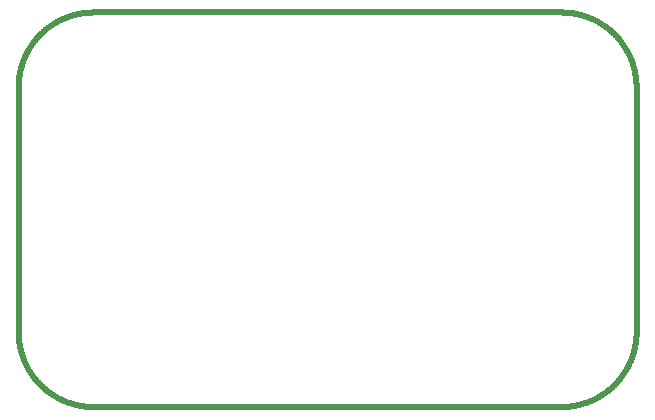
<source format=gbr>
G04 ( created by brdgerber.py ( brdgerber.py v0.1 2014-03-12 ) ) date 2020-11-08 23:19:50 EST*
G04 Gerber Fmt 3.4, Leading zero omitted, Abs format*
%MOIN*%
%FSLAX34Y34*%
G01*
G70*
G90*
G04 APERTURE LIST*
%ADD20C,0.1500*%
%ADD23C,0.0059*%
%ADD11C,0.0000*%
%ADD24C,0.0472*%
%ADD21R,0.0629X0.0709*%
%ADD19R,0.0472X0.0275*%
%ADD17C,0.0120*%
%ADD15R,0.0550X0.0550*%
%ADD14C,0.0050*%
%ADD13C,0.0020*%
%ADD12C,0.0060*%
%ADD25C,0.0100*%
%ADD16C,0.0550*%
%ADD22C,0.0200*%
%ADD10R,0.0260X0.0800*%
%ADD18R,0.0709X0.0629*%
G04 APERTURE END LIST*
G54D20*
D22*
G01X-03600Y24600D02*
G01X12000Y24600D01*
D22*
G01X-03600Y11450D02*
G01X12000Y11450D01*
D22*
G01X-06100Y22100D02*
G01X-06100Y13950D01*
D22*
G01X14500Y22100D02*
G01X14500Y13950D01*
D22*
G01X-03600Y24600D02*
G01X-03600Y24600D01*
G01X-03631Y24600D01*
G01X-03661Y24599D01*
G01X-03692Y24598D01*
G01X-03723Y24597D01*
G01X-03753Y24595D01*
G01X-03784Y24593D01*
G01X-03814Y24591D01*
G01X-03845Y24588D01*
G01X-03876Y24585D01*
G01X-03906Y24581D01*
G01X-03936Y24577D01*
G01X-03967Y24573D01*
G01X-03997Y24568D01*
G01X-04027Y24563D01*
G01X-04058Y24558D01*
G01X-04088Y24552D01*
G01X-04118Y24546D01*
G01X-04148Y24539D01*
G01X-04178Y24532D01*
G01X-04207Y24525D01*
G01X-04237Y24517D01*
G01X-04267Y24509D01*
G01X-04296Y24501D01*
G01X-04326Y24492D01*
G01X-04355Y24483D01*
G01X-04384Y24474D01*
G01X-04413Y24464D01*
G01X-04442Y24454D01*
G01X-04471Y24443D01*
G01X-04500Y24432D01*
G01X-04528Y24421D01*
G01X-04557Y24410D01*
G01X-04585Y24398D01*
G01X-04613Y24386D01*
G01X-04641Y24373D01*
G01X-04669Y24360D01*
G01X-04697Y24347D01*
G01X-04724Y24333D01*
G01X-04751Y24319D01*
G01X-04778Y24305D01*
G01X-04805Y24290D01*
G01X-04832Y24275D01*
G01X-04859Y24260D01*
G01X-04885Y24244D01*
G01X-04911Y24228D01*
G01X-04937Y24212D01*
G01X-04963Y24196D01*
G01X-04989Y24179D01*
G01X-05014Y24161D01*
G01X-05040Y24144D01*
G01X-05064Y24126D01*
G01X-05089Y24108D01*
G01X-05114Y24090D01*
G01X-05138Y24071D01*
G01X-05162Y24052D01*
G01X-05186Y24033D01*
G01X-05210Y24013D01*
G01X-05233Y23993D01*
G01X-05256Y23973D01*
G01X-05279Y23952D01*
G01X-05302Y23932D01*
G01X-05324Y23911D01*
G01X-05346Y23889D01*
G01X-05368Y23868D01*
G01X-05389Y23846D01*
G01X-05411Y23824D01*
G01X-05432Y23802D01*
G01X-05452Y23779D01*
G01X-05473Y23756D01*
G01X-05493Y23733D01*
G01X-05513Y23710D01*
G01X-05533Y23686D01*
G01X-05552Y23662D01*
G01X-05571Y23638D01*
G01X-05590Y23614D01*
G01X-05608Y23589D01*
G01X-05626Y23564D01*
G01X-05644Y23540D01*
G01X-05661Y23514D01*
G01X-05679Y23489D01*
G01X-05696Y23463D01*
G01X-05712Y23437D01*
G01X-05728Y23411D01*
G01X-05744Y23385D01*
G01X-05760Y23359D01*
G01X-05775Y23332D01*
G01X-05790Y23305D01*
G01X-05805Y23278D01*
G01X-05819Y23251D01*
G01X-05833Y23224D01*
G01X-05847Y23197D01*
G01X-05860Y23169D01*
G01X-05873Y23141D01*
G01X-05886Y23113D01*
G01X-05898Y23085D01*
G01X-05910Y23057D01*
G01X-05921Y23028D01*
G01X-05932Y23000D01*
G01X-05943Y22971D01*
G01X-05954Y22942D01*
G01X-05964Y22913D01*
G01X-05974Y22884D01*
G01X-05983Y22855D01*
G01X-05992Y22826D01*
G01X-06001Y22796D01*
G01X-06009Y22767D01*
G01X-06017Y22737D01*
G01X-06025Y22707D01*
G01X-06032Y22678D01*
G01X-06039Y22648D01*
G01X-06046Y22618D01*
G01X-06052Y22588D01*
G01X-06058Y22558D01*
G01X-06063Y22527D01*
G01X-06068Y22497D01*
G01X-06073Y22467D01*
G01X-06077Y22436D01*
G01X-06081Y22406D01*
G01X-06085Y22376D01*
G01X-06088Y22345D01*
G01X-06091Y22314D01*
G01X-06093Y22284D01*
G01X-06095Y22253D01*
G01X-06097Y22223D01*
G01X-06098Y22192D01*
G01X-06099Y22161D01*
G01X-06100Y22131D01*
G01X-06100Y22100D01*
D22*
G01X14500Y22100D02*
G01X14500Y22100D01*
G01X14500Y22131D01*
G01X14499Y22161D01*
G01X14498Y22192D01*
G01X14497Y22223D01*
G01X14495Y22253D01*
G01X14493Y22284D01*
G01X14491Y22314D01*
G01X14488Y22345D01*
G01X14485Y22376D01*
G01X14481Y22406D01*
G01X14477Y22436D01*
G01X14473Y22467D01*
G01X14468Y22497D01*
G01X14463Y22527D01*
G01X14458Y22558D01*
G01X14452Y22588D01*
G01X14446Y22618D01*
G01X14439Y22648D01*
G01X14432Y22678D01*
G01X14425Y22707D01*
G01X14417Y22737D01*
G01X14409Y22767D01*
G01X14401Y22796D01*
G01X14392Y22826D01*
G01X14383Y22855D01*
G01X14374Y22884D01*
G01X14364Y22913D01*
G01X14354Y22942D01*
G01X14343Y22971D01*
G01X14332Y23000D01*
G01X14321Y23028D01*
G01X14310Y23057D01*
G01X14298Y23085D01*
G01X14286Y23113D01*
G01X14273Y23141D01*
G01X14260Y23169D01*
G01X14247Y23197D01*
G01X14233Y23224D01*
G01X14219Y23251D01*
G01X14205Y23278D01*
G01X14190Y23305D01*
G01X14175Y23332D01*
G01X14160Y23359D01*
G01X14144Y23385D01*
G01X14128Y23411D01*
G01X14112Y23437D01*
G01X14096Y23463D01*
G01X14079Y23489D01*
G01X14061Y23514D01*
G01X14044Y23540D01*
G01X14026Y23564D01*
G01X14008Y23589D01*
G01X13990Y23614D01*
G01X13971Y23638D01*
G01X13952Y23662D01*
G01X13933Y23686D01*
G01X13913Y23710D01*
G01X13893Y23733D01*
G01X13873Y23756D01*
G01X13852Y23779D01*
G01X13832Y23802D01*
G01X13811Y23824D01*
G01X13789Y23846D01*
G01X13768Y23868D01*
G01X13746Y23889D01*
G01X13724Y23911D01*
G01X13702Y23932D01*
G01X13679Y23952D01*
G01X13656Y23973D01*
G01X13633Y23993D01*
G01X13610Y24013D01*
G01X13586Y24033D01*
G01X13562Y24052D01*
G01X13538Y24071D01*
G01X13514Y24090D01*
G01X13489Y24108D01*
G01X13464Y24126D01*
G01X13440Y24144D01*
G01X13414Y24161D01*
G01X13389Y24179D01*
G01X13363Y24196D01*
G01X13337Y24212D01*
G01X13311Y24228D01*
G01X13285Y24244D01*
G01X13259Y24260D01*
G01X13232Y24275D01*
G01X13205Y24290D01*
G01X13178Y24305D01*
G01X13151Y24319D01*
G01X13124Y24333D01*
G01X13097Y24347D01*
G01X13069Y24360D01*
G01X13041Y24373D01*
G01X13013Y24386D01*
G01X12985Y24398D01*
G01X12957Y24410D01*
G01X12928Y24421D01*
G01X12900Y24432D01*
G01X12871Y24443D01*
G01X12842Y24454D01*
G01X12813Y24464D01*
G01X12784Y24474D01*
G01X12755Y24483D01*
G01X12726Y24492D01*
G01X12696Y24501D01*
G01X12667Y24509D01*
G01X12637Y24517D01*
G01X12607Y24525D01*
G01X12578Y24532D01*
G01X12548Y24539D01*
G01X12518Y24546D01*
G01X12488Y24552D01*
G01X12458Y24558D01*
G01X12427Y24563D01*
G01X12397Y24568D01*
G01X12367Y24573D01*
G01X12336Y24577D01*
G01X12306Y24581D01*
G01X12276Y24585D01*
G01X12245Y24588D01*
G01X12214Y24591D01*
G01X12184Y24593D01*
G01X12153Y24595D01*
G01X12123Y24597D01*
G01X12092Y24598D01*
G01X12061Y24599D01*
G01X12031Y24600D01*
G01X12000Y24600D01*
D22*
G01X12000Y11450D02*
G01X12000Y11450D01*
G01X12031Y11450D01*
G01X12061Y11451D01*
G01X12092Y11452D01*
G01X12123Y11453D01*
G01X12153Y11455D01*
G01X12184Y11457D01*
G01X12214Y11459D01*
G01X12245Y11462D01*
G01X12276Y11465D01*
G01X12306Y11469D01*
G01X12336Y11473D01*
G01X12367Y11477D01*
G01X12397Y11482D01*
G01X12427Y11487D01*
G01X12458Y11492D01*
G01X12488Y11498D01*
G01X12518Y11504D01*
G01X12548Y11511D01*
G01X12578Y11518D01*
G01X12607Y11525D01*
G01X12637Y11533D01*
G01X12667Y11541D01*
G01X12696Y11549D01*
G01X12726Y11558D01*
G01X12755Y11567D01*
G01X12784Y11576D01*
G01X12813Y11586D01*
G01X12842Y11596D01*
G01X12871Y11607D01*
G01X12900Y11618D01*
G01X12928Y11629D01*
G01X12957Y11640D01*
G01X12985Y11652D01*
G01X13013Y11664D01*
G01X13041Y11677D01*
G01X13069Y11690D01*
G01X13097Y11703D01*
G01X13124Y11717D01*
G01X13151Y11731D01*
G01X13178Y11745D01*
G01X13205Y11760D01*
G01X13232Y11775D01*
G01X13259Y11790D01*
G01X13285Y11806D01*
G01X13311Y11822D01*
G01X13337Y11838D01*
G01X13363Y11854D01*
G01X13389Y11871D01*
G01X13414Y11889D01*
G01X13440Y11906D01*
G01X13464Y11924D01*
G01X13489Y11942D01*
G01X13514Y11960D01*
G01X13538Y11979D01*
G01X13562Y11998D01*
G01X13586Y12017D01*
G01X13610Y12037D01*
G01X13633Y12057D01*
G01X13656Y12077D01*
G01X13679Y12098D01*
G01X13702Y12118D01*
G01X13724Y12139D01*
G01X13746Y12161D01*
G01X13768Y12182D01*
G01X13789Y12204D01*
G01X13811Y12226D01*
G01X13832Y12248D01*
G01X13852Y12271D01*
G01X13873Y12294D01*
G01X13893Y12317D01*
G01X13913Y12340D01*
G01X13933Y12364D01*
G01X13952Y12388D01*
G01X13971Y12412D01*
G01X13990Y12436D01*
G01X14008Y12461D01*
G01X14026Y12486D01*
G01X14044Y12510D01*
G01X14061Y12536D01*
G01X14079Y12561D01*
G01X14096Y12587D01*
G01X14112Y12613D01*
G01X14128Y12639D01*
G01X14144Y12665D01*
G01X14160Y12691D01*
G01X14175Y12718D01*
G01X14190Y12745D01*
G01X14205Y12772D01*
G01X14219Y12799D01*
G01X14233Y12826D01*
G01X14247Y12853D01*
G01X14260Y12881D01*
G01X14273Y12909D01*
G01X14286Y12937D01*
G01X14298Y12965D01*
G01X14310Y12993D01*
G01X14321Y13022D01*
G01X14332Y13050D01*
G01X14343Y13079D01*
G01X14354Y13108D01*
G01X14364Y13137D01*
G01X14374Y13166D01*
G01X14383Y13195D01*
G01X14392Y13224D01*
G01X14401Y13254D01*
G01X14409Y13283D01*
G01X14417Y13313D01*
G01X14425Y13343D01*
G01X14432Y13372D01*
G01X14439Y13402D01*
G01X14446Y13432D01*
G01X14452Y13462D01*
G01X14458Y13492D01*
G01X14463Y13523D01*
G01X14468Y13553D01*
G01X14473Y13583D01*
G01X14477Y13614D01*
G01X14481Y13644D01*
G01X14485Y13674D01*
G01X14488Y13705D01*
G01X14491Y13736D01*
G01X14493Y13766D01*
G01X14495Y13797D01*
G01X14497Y13827D01*
G01X14498Y13858D01*
G01X14499Y13889D01*
G01X14500Y13919D01*
G01X14500Y13950D01*
D22*
G01X-06100Y13950D02*
G01X-06100Y13950D01*
G01X-06100Y13919D01*
G01X-06099Y13889D01*
G01X-06098Y13858D01*
G01X-06097Y13827D01*
G01X-06095Y13797D01*
G01X-06093Y13766D01*
G01X-06091Y13736D01*
G01X-06088Y13705D01*
G01X-06085Y13674D01*
G01X-06081Y13644D01*
G01X-06077Y13614D01*
G01X-06073Y13583D01*
G01X-06068Y13553D01*
G01X-06063Y13523D01*
G01X-06058Y13492D01*
G01X-06052Y13462D01*
G01X-06046Y13432D01*
G01X-06039Y13402D01*
G01X-06032Y13372D01*
G01X-06025Y13343D01*
G01X-06017Y13313D01*
G01X-06009Y13283D01*
G01X-06001Y13254D01*
G01X-05992Y13224D01*
G01X-05983Y13195D01*
G01X-05974Y13166D01*
G01X-05964Y13137D01*
G01X-05954Y13108D01*
G01X-05943Y13079D01*
G01X-05932Y13050D01*
G01X-05921Y13022D01*
G01X-05910Y12993D01*
G01X-05898Y12965D01*
G01X-05886Y12937D01*
G01X-05873Y12909D01*
G01X-05860Y12881D01*
G01X-05847Y12853D01*
G01X-05833Y12826D01*
G01X-05819Y12799D01*
G01X-05805Y12772D01*
G01X-05790Y12745D01*
G01X-05775Y12718D01*
G01X-05760Y12691D01*
G01X-05744Y12665D01*
G01X-05728Y12639D01*
G01X-05712Y12613D01*
G01X-05696Y12587D01*
G01X-05679Y12561D01*
G01X-05661Y12536D01*
G01X-05644Y12510D01*
G01X-05626Y12486D01*
G01X-05608Y12461D01*
G01X-05590Y12436D01*
G01X-05571Y12412D01*
G01X-05552Y12388D01*
G01X-05533Y12364D01*
G01X-05513Y12340D01*
G01X-05493Y12317D01*
G01X-05473Y12294D01*
G01X-05452Y12271D01*
G01X-05432Y12248D01*
G01X-05411Y12226D01*
G01X-05389Y12204D01*
G01X-05368Y12182D01*
G01X-05346Y12161D01*
G01X-05324Y12139D01*
G01X-05302Y12118D01*
G01X-05279Y12098D01*
G01X-05256Y12077D01*
G01X-05233Y12057D01*
G01X-05210Y12037D01*
G01X-05186Y12017D01*
G01X-05162Y11998D01*
G01X-05138Y11979D01*
G01X-05114Y11960D01*
G01X-05089Y11942D01*
G01X-05064Y11924D01*
G01X-05040Y11906D01*
G01X-05014Y11889D01*
G01X-04989Y11871D01*
G01X-04963Y11854D01*
G01X-04937Y11838D01*
G01X-04911Y11822D01*
G01X-04885Y11806D01*
G01X-04859Y11790D01*
G01X-04832Y11775D01*
G01X-04805Y11760D01*
G01X-04778Y11745D01*
G01X-04751Y11731D01*
G01X-04724Y11717D01*
G01X-04697Y11703D01*
G01X-04669Y11690D01*
G01X-04641Y11677D01*
G01X-04613Y11664D01*
G01X-04585Y11652D01*
G01X-04557Y11640D01*
G01X-04528Y11629D01*
G01X-04500Y11618D01*
G01X-04471Y11607D01*
G01X-04442Y11596D01*
G01X-04413Y11586D01*
G01X-04384Y11576D01*
G01X-04355Y11567D01*
G01X-04326Y11558D01*
G01X-04296Y11549D01*
G01X-04267Y11541D01*
G01X-04237Y11533D01*
G01X-04207Y11525D01*
G01X-04178Y11518D01*
G01X-04148Y11511D01*
G01X-04118Y11504D01*
G01X-04088Y11498D01*
G01X-04058Y11492D01*
G01X-04027Y11487D01*
G01X-03997Y11482D01*
G01X-03967Y11477D01*
G01X-03936Y11473D01*
G01X-03906Y11469D01*
G01X-03876Y11465D01*
G01X-03845Y11462D01*
G01X-03814Y11459D01*
G01X-03784Y11457D01*
G01X-03753Y11455D01*
G01X-03723Y11453D01*
G01X-03692Y11452D01*
G01X-03661Y11451D01*
G01X-03631Y11450D01*
G01X-03600Y11450D01*
M02*

</source>
